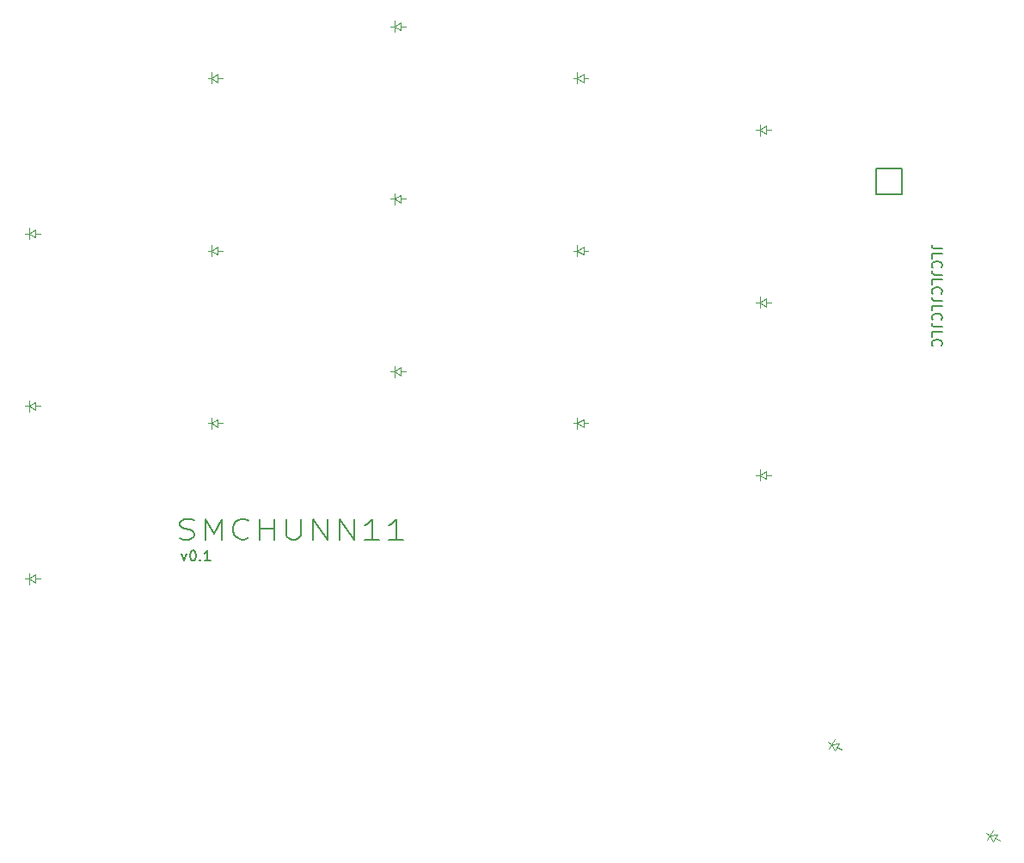
<source format=gbr>
%TF.GenerationSoftware,KiCad,Pcbnew,(6.0.6-1)-1*%
%TF.CreationDate,2022-07-25T21:02:30-05:00*%
%TF.ProjectId,smcboard,736d6362-6f61-4726-942e-6b696361645f,v1.0.0*%
%TF.SameCoordinates,Original*%
%TF.FileFunction,Legend,Top*%
%TF.FilePolarity,Positive*%
%FSLAX46Y46*%
G04 Gerber Fmt 4.6, Leading zero omitted, Abs format (unit mm)*
G04 Created by KiCad (PCBNEW (6.0.6-1)-1) date 2022-07-25 21:02:30*
%MOMM*%
%LPD*%
G01*
G04 APERTURE LIST*
%ADD10C,0.150000*%
%ADD11C,0.200000*%
%ADD12C,0.100000*%
G04 APERTURE END LIST*
D10*
X228131619Y-113998952D02*
X227417333Y-113998952D01*
X227274476Y-113951333D01*
X227179238Y-113856095D01*
X227131619Y-113713238D01*
X227131619Y-113618000D01*
X227131619Y-114951333D02*
X227131619Y-114475142D01*
X228131619Y-114475142D01*
X227226857Y-115856095D02*
X227179238Y-115808476D01*
X227131619Y-115665619D01*
X227131619Y-115570380D01*
X227179238Y-115427523D01*
X227274476Y-115332285D01*
X227369714Y-115284666D01*
X227560190Y-115237047D01*
X227703047Y-115237047D01*
X227893523Y-115284666D01*
X227988761Y-115332285D01*
X228084000Y-115427523D01*
X228131619Y-115570380D01*
X228131619Y-115665619D01*
X228084000Y-115808476D01*
X228036380Y-115856095D01*
X228131619Y-116570380D02*
X227417333Y-116570380D01*
X227274476Y-116522761D01*
X227179238Y-116427523D01*
X227131619Y-116284666D01*
X227131619Y-116189428D01*
X227131619Y-117522761D02*
X227131619Y-117046571D01*
X228131619Y-117046571D01*
X227226857Y-118427523D02*
X227179238Y-118379904D01*
X227131619Y-118237047D01*
X227131619Y-118141809D01*
X227179238Y-117998952D01*
X227274476Y-117903714D01*
X227369714Y-117856095D01*
X227560190Y-117808476D01*
X227703047Y-117808476D01*
X227893523Y-117856095D01*
X227988761Y-117903714D01*
X228084000Y-117998952D01*
X228131619Y-118141809D01*
X228131619Y-118237047D01*
X228084000Y-118379904D01*
X228036380Y-118427523D01*
X228131619Y-119141809D02*
X227417333Y-119141809D01*
X227274476Y-119094190D01*
X227179238Y-118998952D01*
X227131619Y-118856095D01*
X227131619Y-118760857D01*
X227131619Y-120094190D02*
X227131619Y-119618000D01*
X228131619Y-119618000D01*
X227226857Y-120998952D02*
X227179238Y-120951333D01*
X227131619Y-120808476D01*
X227131619Y-120713238D01*
X227179238Y-120570380D01*
X227274476Y-120475142D01*
X227369714Y-120427523D01*
X227560190Y-120379904D01*
X227703047Y-120379904D01*
X227893523Y-120427523D01*
X227988761Y-120475142D01*
X228084000Y-120570380D01*
X228131619Y-120713238D01*
X228131619Y-120808476D01*
X228084000Y-120951333D01*
X228036380Y-120998952D01*
X228131619Y-121713238D02*
X227417333Y-121713238D01*
X227274476Y-121665619D01*
X227179238Y-121570380D01*
X227131619Y-121427523D01*
X227131619Y-121332285D01*
X227131619Y-122665619D02*
X227131619Y-122189428D01*
X228131619Y-122189428D01*
X227226857Y-123570380D02*
X227179238Y-123522761D01*
X227131619Y-123379904D01*
X227131619Y-123284666D01*
X227179238Y-123141809D01*
X227274476Y-123046571D01*
X227369714Y-122998952D01*
X227560190Y-122951333D01*
X227703047Y-122951333D01*
X227893523Y-122998952D01*
X227988761Y-123046571D01*
X228084000Y-123141809D01*
X228131619Y-123284666D01*
X228131619Y-123379904D01*
X228084000Y-123522761D01*
X228036380Y-123570380D01*
D11*
X153257428Y-144057714D02*
X153495523Y-144724380D01*
X153733619Y-144057714D01*
X154305047Y-143724380D02*
X154400285Y-143724380D01*
X154495523Y-143772000D01*
X154543142Y-143819619D01*
X154590761Y-143914857D01*
X154638380Y-144105333D01*
X154638380Y-144343428D01*
X154590761Y-144533904D01*
X154543142Y-144629142D01*
X154495523Y-144676761D01*
X154400285Y-144724380D01*
X154305047Y-144724380D01*
X154209809Y-144676761D01*
X154162190Y-144629142D01*
X154114571Y-144533904D01*
X154066952Y-144343428D01*
X154066952Y-144105333D01*
X154114571Y-143914857D01*
X154162190Y-143819619D01*
X154209809Y-143772000D01*
X154305047Y-143724380D01*
X155066952Y-144629142D02*
X155114571Y-144676761D01*
X155066952Y-144724380D01*
X155019333Y-144676761D01*
X155066952Y-144629142D01*
X155066952Y-144724380D01*
X156066952Y-144724380D02*
X155495523Y-144724380D01*
X155781238Y-144724380D02*
X155781238Y-143724380D01*
X155686000Y-143867238D01*
X155590761Y-143962476D01*
X155495523Y-144010095D01*
X153072095Y-142541523D02*
X153429238Y-142636761D01*
X154024476Y-142636761D01*
X154262571Y-142541523D01*
X154381619Y-142446285D01*
X154500666Y-142255809D01*
X154500666Y-142065333D01*
X154381619Y-141874857D01*
X154262571Y-141779619D01*
X154024476Y-141684380D01*
X153548285Y-141589142D01*
X153310190Y-141493904D01*
X153191142Y-141398666D01*
X153072095Y-141208190D01*
X153072095Y-141017714D01*
X153191142Y-140827238D01*
X153310190Y-140732000D01*
X153548285Y-140636761D01*
X154143523Y-140636761D01*
X154500666Y-140732000D01*
X155572095Y-142636761D02*
X155572095Y-140636761D01*
X156405428Y-142065333D01*
X157238761Y-140636761D01*
X157238761Y-142636761D01*
X159857809Y-142446285D02*
X159738761Y-142541523D01*
X159381619Y-142636761D01*
X159143523Y-142636761D01*
X158786380Y-142541523D01*
X158548285Y-142351047D01*
X158429238Y-142160571D01*
X158310190Y-141779619D01*
X158310190Y-141493904D01*
X158429238Y-141112952D01*
X158548285Y-140922476D01*
X158786380Y-140732000D01*
X159143523Y-140636761D01*
X159381619Y-140636761D01*
X159738761Y-140732000D01*
X159857809Y-140827238D01*
X160929238Y-142636761D02*
X160929238Y-140636761D01*
X160929238Y-141589142D02*
X162357809Y-141589142D01*
X162357809Y-142636761D02*
X162357809Y-140636761D01*
X163548285Y-140636761D02*
X163548285Y-142255809D01*
X163667333Y-142446285D01*
X163786380Y-142541523D01*
X164024476Y-142636761D01*
X164500666Y-142636761D01*
X164738761Y-142541523D01*
X164857809Y-142446285D01*
X164976857Y-142255809D01*
X164976857Y-140636761D01*
X166167333Y-142636761D02*
X166167333Y-140636761D01*
X167595904Y-142636761D01*
X167595904Y-140636761D01*
X168786380Y-142636761D02*
X168786380Y-140636761D01*
X170214952Y-142636761D01*
X170214952Y-140636761D01*
X172714952Y-142636761D02*
X171286380Y-142636761D01*
X172000666Y-142636761D02*
X172000666Y-140636761D01*
X171762571Y-140922476D01*
X171524476Y-141112952D01*
X171286380Y-141208190D01*
X175095904Y-142636761D02*
X173667333Y-142636761D01*
X174381619Y-142636761D02*
X174381619Y-140636761D01*
X174143523Y-140922476D01*
X173905428Y-141112952D01*
X173667333Y-141208190D01*
D10*
%TO.C,MCU1*%
D12*
%TO.C,D1*%
X138811539Y-146496000D02*
X139311539Y-146496000D01*
X138811539Y-146896000D02*
X138211539Y-146496000D01*
X138811539Y-146096000D02*
X138811539Y-146896000D01*
X138211539Y-146496000D02*
X138811539Y-146096000D01*
X138211539Y-146496000D02*
X138211539Y-147046000D01*
X138211539Y-146496000D02*
X138211539Y-145946000D01*
X137811539Y-146496000D02*
X138211539Y-146496000D01*
%TO.C,D2*%
X138811539Y-129496000D02*
X139311539Y-129496000D01*
X138811539Y-129896000D02*
X138211539Y-129496000D01*
X138811539Y-129096000D02*
X138811539Y-129896000D01*
X138211539Y-129496000D02*
X138811539Y-129096000D01*
X138211539Y-129496000D02*
X138211539Y-130046000D01*
X138211539Y-129496000D02*
X138211539Y-128946000D01*
X137811539Y-129496000D02*
X138211539Y-129496000D01*
%TO.C,D3*%
X138811539Y-112496000D02*
X139311539Y-112496000D01*
X138811539Y-112896000D02*
X138211539Y-112496000D01*
X138811539Y-112096000D02*
X138811539Y-112896000D01*
X138211539Y-112496000D02*
X138811539Y-112096000D01*
X138211539Y-112496000D02*
X138211539Y-113046000D01*
X138211539Y-112496000D02*
X138211539Y-111946000D01*
X137811539Y-112496000D02*
X138211539Y-112496000D01*
%TO.C,D4*%
X156811539Y-131196000D02*
X157311539Y-131196000D01*
X156811539Y-131596000D02*
X156211539Y-131196000D01*
X156811539Y-130796000D02*
X156811539Y-131596000D01*
X156211539Y-131196000D02*
X156811539Y-130796000D01*
X156211539Y-131196000D02*
X156211539Y-131746000D01*
X156211539Y-131196000D02*
X156211539Y-130646000D01*
X155811539Y-131196000D02*
X156211539Y-131196000D01*
%TO.C,D5*%
X156811539Y-114196000D02*
X157311539Y-114196000D01*
X156811539Y-114596000D02*
X156211539Y-114196000D01*
X156811539Y-113796000D02*
X156811539Y-114596000D01*
X156211539Y-114196000D02*
X156811539Y-113796000D01*
X156211539Y-114196000D02*
X156211539Y-114746000D01*
X156211539Y-114196000D02*
X156211539Y-113646000D01*
X155811539Y-114196000D02*
X156211539Y-114196000D01*
%TO.C,D6*%
X156811539Y-97196000D02*
X157311539Y-97196000D01*
X156811539Y-97596000D02*
X156211539Y-97196000D01*
X156811539Y-96796000D02*
X156811539Y-97596000D01*
X156211539Y-97196000D02*
X156811539Y-96796000D01*
X156211539Y-97196000D02*
X156211539Y-97746000D01*
X156211539Y-97196000D02*
X156211539Y-96646000D01*
X155811539Y-97196000D02*
X156211539Y-97196000D01*
%TO.C,D7*%
X174811539Y-126096000D02*
X175311539Y-126096000D01*
X174811539Y-126496000D02*
X174211539Y-126096000D01*
X174811539Y-125696000D02*
X174811539Y-126496000D01*
X174211539Y-126096000D02*
X174811539Y-125696000D01*
X174211539Y-126096000D02*
X174211539Y-126646000D01*
X174211539Y-126096000D02*
X174211539Y-125546000D01*
X173811539Y-126096000D02*
X174211539Y-126096000D01*
%TO.C,D8*%
X174811539Y-109096000D02*
X175311539Y-109096000D01*
X174811539Y-109496000D02*
X174211539Y-109096000D01*
X174811539Y-108696000D02*
X174811539Y-109496000D01*
X174211539Y-109096000D02*
X174811539Y-108696000D01*
X174211539Y-109096000D02*
X174211539Y-109646000D01*
X174211539Y-109096000D02*
X174211539Y-108546000D01*
X173811539Y-109096000D02*
X174211539Y-109096000D01*
%TO.C,D9*%
X174811539Y-92096000D02*
X175311539Y-92096000D01*
X174811539Y-92496000D02*
X174211539Y-92096000D01*
X174811539Y-91696000D02*
X174811539Y-92496000D01*
X174211539Y-92096000D02*
X174811539Y-91696000D01*
X174211539Y-92096000D02*
X174211539Y-92646000D01*
X174211539Y-92096000D02*
X174211539Y-91546000D01*
X173811539Y-92096000D02*
X174211539Y-92096000D01*
%TO.C,D10*%
X192811539Y-131196000D02*
X193311539Y-131196000D01*
X192811539Y-131596000D02*
X192211539Y-131196000D01*
X192811539Y-130796000D02*
X192811539Y-131596000D01*
X192211539Y-131196000D02*
X192811539Y-130796000D01*
X192211539Y-131196000D02*
X192211539Y-131746000D01*
X192211539Y-131196000D02*
X192211539Y-130646000D01*
X191811539Y-131196000D02*
X192211539Y-131196000D01*
%TO.C,D11*%
X192811539Y-114196000D02*
X193311539Y-114196000D01*
X192811539Y-114596000D02*
X192211539Y-114196000D01*
X192811539Y-113796000D02*
X192811539Y-114596000D01*
X192211539Y-114196000D02*
X192811539Y-113796000D01*
X192211539Y-114196000D02*
X192211539Y-114746000D01*
X192211539Y-114196000D02*
X192211539Y-113646000D01*
X191811539Y-114196000D02*
X192211539Y-114196000D01*
%TO.C,D12*%
X192811539Y-97196000D02*
X193311539Y-97196000D01*
X192811539Y-97596000D02*
X192211539Y-97196000D01*
X192811539Y-96796000D02*
X192811539Y-97596000D01*
X192211539Y-97196000D02*
X192811539Y-96796000D01*
X192211539Y-97196000D02*
X192211539Y-97746000D01*
X192211539Y-97196000D02*
X192211539Y-96646000D01*
X191811539Y-97196000D02*
X192211539Y-97196000D01*
%TO.C,D13*%
X210811539Y-136296000D02*
X211311539Y-136296000D01*
X210811539Y-136696000D02*
X210211539Y-136296000D01*
X210811539Y-135896000D02*
X210811539Y-136696000D01*
X210211539Y-136296000D02*
X210811539Y-135896000D01*
X210211539Y-136296000D02*
X210211539Y-136846000D01*
X210211539Y-136296000D02*
X210211539Y-135746000D01*
X209811539Y-136296000D02*
X210211539Y-136296000D01*
%TO.C,D14*%
X210811539Y-119296000D02*
X211311539Y-119296000D01*
X210811539Y-119696000D02*
X210211539Y-119296000D01*
X210811539Y-118896000D02*
X210811539Y-119696000D01*
X210211539Y-119296000D02*
X210811539Y-118896000D01*
X210211539Y-119296000D02*
X210211539Y-119846000D01*
X210211539Y-119296000D02*
X210211539Y-118746000D01*
X209811539Y-119296000D02*
X210211539Y-119296000D01*
%TO.C,D15*%
X210811539Y-102296000D02*
X211311539Y-102296000D01*
X210811539Y-102696000D02*
X210211539Y-102296000D01*
X210811539Y-101896000D02*
X210811539Y-102696000D01*
X210211539Y-102296000D02*
X210811539Y-101896000D01*
X210211539Y-102296000D02*
X210211539Y-102846000D01*
X210211539Y-102296000D02*
X210211539Y-101746000D01*
X209811539Y-102296000D02*
X210211539Y-102296000D01*
%TO.C,D16*%
X217778045Y-163085102D02*
X218211058Y-163335102D01*
X217578045Y-163431512D02*
X217258430Y-162785102D01*
X217978045Y-162738692D02*
X217578045Y-163431512D01*
X217258430Y-162785102D02*
X217978045Y-162738692D01*
X217258430Y-162785102D02*
X216983430Y-163261416D01*
X217258430Y-162785102D02*
X217533430Y-162308788D01*
X216912020Y-162585102D02*
X217258430Y-162785102D01*
%TO.C,D17*%
X233366502Y-172085102D02*
X233799515Y-172335102D01*
X233166502Y-172431512D02*
X232846887Y-171785102D01*
X233566502Y-171738692D02*
X233166502Y-172431512D01*
X232846887Y-171785102D02*
X233566502Y-171738692D01*
X232846887Y-171785102D02*
X232571887Y-172261416D01*
X232846887Y-171785102D02*
X233121887Y-171308788D01*
X232500477Y-171585102D02*
X232846887Y-171785102D01*
D10*
%TO.C,MCU1*%
X224211539Y-106056000D02*
X224211539Y-108596000D01*
X224211539Y-106056000D02*
X221671539Y-106056000D01*
X224211539Y-108596000D02*
X221671539Y-108596000D01*
X221671539Y-108596000D02*
X221671539Y-106056000D01*
%TD*%
M02*

</source>
